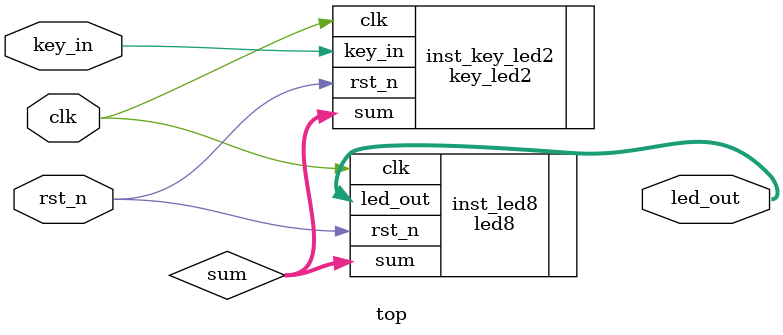
<source format=v>
module top (
	input clk,    // Clock
	input key_in, // Clock Enable
	input rst_n,
	output [3:0]led_out  // Asynchronous reset active low
	
);

	wire [2:0]sum;

	// led8 #(
	// 		.counter_num(counter_num)
	// 	) inst_led8 (
	// 		.clk     (clk),
	// 		.sum     (sum),
	// 		.rst_n   (rst_n),
	// 		.led_out (led_out)
	// 	);
// key_led2 #(.cnt_num(cnt_num)) inst_key_led2 (
// 	.clk(clk), 
// 	.rst_n(rst_n), 
// 	.key_in(key_in), 
// 	.sum(sum));


key_led2 inst_key_led2 (
	.clk(clk), 
	.rst_n(rst_n), 
	.key_in(key_in), 
	.sum(sum)
	);

	led8 inst_led8 (
			.clk     (clk),
			.sum     (sum),
			.rst_n   (rst_n),
			.led_out (led_out)
		);


endmodule
</source>
